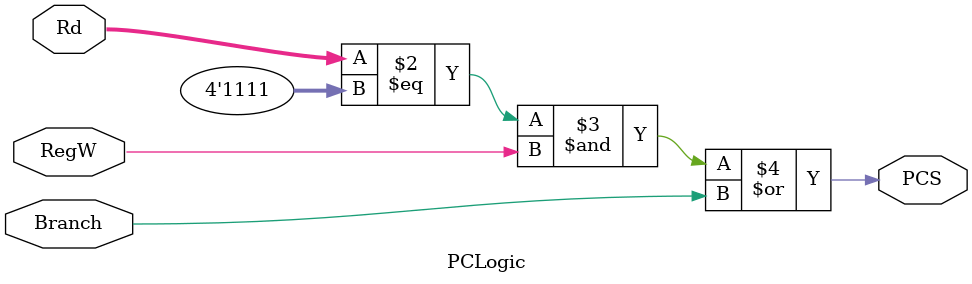
<source format=v>
`timescale 1ns / 1ps


module Decoder(
               input [3:0] Rd,
               input [1:0] Op,
               input [5:0] Funct,
               output reg  RegW, MemW, MemtoReg, ALUSrc, Branch, ALUOp,
               output reg [1:0] FlagW, ImmSrc, RegSrc, ALUControl
    );
    wire Funct5, Funct0;
    assign Funct5 = Funct[5];
    assign Funct0 = Funct[0];
    
    always @(*) begin
    // Default Values
    Branch = 0;
    MemtoReg = 0;
    MemW = 0;
    ALUSrc = 0;
    ImmSrc = 2'b00;
    RegW = 0;
    RegSrc = 2'b00;
    ALUOp = 0;
    
    case (Op)
        2'b00: begin
            casex({Funct5, Funct0})
                2'b0x: begin // DP Reg
                  Branch = 0;
                  MemtoReg = 0;
                  MemW = 0;
                  ALUSrc = 0;
                  ImmSrc = 2'bxx;
                  RegW = 1;
                  RegSrc = 2'b00;
                  ALUOp = 1;
                end
               2'b1x: begin // DP Imm
                  Branch = 0;
                  MemtoReg = 0;
                  MemW = 0;
                  ALUSrc = 1;
                  ImmSrc = 2'b00;
                  RegW = 1;
                  RegSrc = 2'bx0;
                  ALUOp = 1;        
               end
            endcase
          end  
        2'b01: begin 
             casex({Funct5, Funct0})
                2'bx0: begin // STR
                  Branch = 0;
                  MemtoReg = 1'bx;
                  MemW = 1;
                  ALUSrc = 1;
                  ImmSrc = 2'b01;
                  RegW = 0;
                  RegSrc = 2'b10;
                  ALUOp = 0;
                end
               2'bx1: begin // LDR
                  Branch = 0;
                  MemtoReg = 1;
                  MemW = 0;
                  ALUSrc = 1;
                  ImmSrc = 2'b01;
                  RegW = 1;
                  RegSrc = 2'bx0;
                  ALUOp = 0;        
               end
            endcase
        end
        2'b10: begin // B
                  Branch = 1;
                  MemtoReg = 0;
                  MemW = 0;
                  ALUSrc = 1;
                  ImmSrc = 2'b10;
                  RegW = 0;
                  RegSrc = 2'bx1;
                  ALUOp = 0; 
               end
        endcase
 end
    // For PC Logic block input is Rd, output is PCS
    // Main Decoder takes Op and Funct and outputs RegW, MemW, MemtoReg, ALUSrc, RegSrc, ImmSrc.
    // ALUDecoder takes Funct [4:0] and outputs ALUControl and FlagW. 
endmodule

module ALUDecoder(input ALUOp, 
                  input [4:0] Funct,
                  output reg [1:0] ALUControl,
                  output reg [1:0] FlagW
       );
       
    wire Funct41, Funct0;
    assign Funct41 = Funct[4:1];
    assign Funct0 = Funct[0];
    
    always @(*) begin 
    case (ALUOp)
           1'b0: begin // Not DP
                 ALUControl = 2'b00;
                 FlagW = 2'b00;
           end
           1'b1: begin
           casex({Funct41, Funct0})
                 5'b0100_0: begin // ADD
                    ALUControl = 2'b00;
                    FlagW = 2'b00;
                 end
                 
                 5'b0100_1: begin // ADD
                    ALUControl = 2'b00;
                    FlagW = 2'b11;
                 end
                 
                 5'b0010_0: begin // SUB
                    ALUControl = 2'b01;
                    FlagW = 2'b00;
                 end
                 
                 5'b0010_1: begin // SUB
                    ALUControl = 2'b01;
                    FlagW = 2'b11;
                 end
                 
                 5'b0000_0: begin // AND
                    ALUControl = 2'b10;
                    FlagW = 2'b00;
                 end
                 
                 5'b0000_1: begin // AND
                    ALUControl = 2'b10;
                    FlagW = 2'b10;
                 end
                 
                 5'b1100_0: begin // ORR
                    ALUControl = 2'b11;
                    FlagW = 2'b00;
                 end
                 
                 5'b1100_1: begin // ORR
                    ALUControl = 2'b11;
                    FlagW = 2'b10;
                 end
             endcase  
         end
 endcase
 end               

endmodule

module PCLogic (input [3:0] Rd,
                input Branch,
                input RegW,
                output reg PCS
          );
               
    always @(*) begin
        PCS = ((Rd == 15) & RegW) | Branch;
    end
endmodule

</source>
